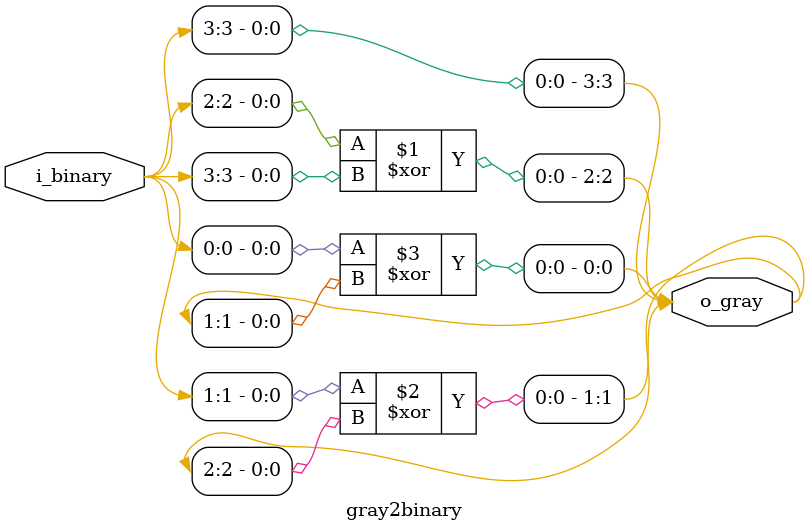
<source format=v>
`timescale 1ns / 1ps


module gray2binary#(
    parameter   BIN_WIDTH = 4
)(
    input  [BIN_WIDTH - 1 : 0]  i_binary    ,
    output [BIN_WIDTH - 1 : 0]  o_gray          
);
assign o_gray[BIN_WIDTH - 1] = i_binary[BIN_WIDTH - 1];
genvar i;
generate
    for(i = 1; i < BIN_WIDTH; i = i+1)begin
        assign o_gray[BIN_WIDTH - 1 - i] = i_binary[BIN_WIDTH - 1 - i] ^ o_gray[BIN_WIDTH - i];
    end
endgenerate

endmodule

</source>
